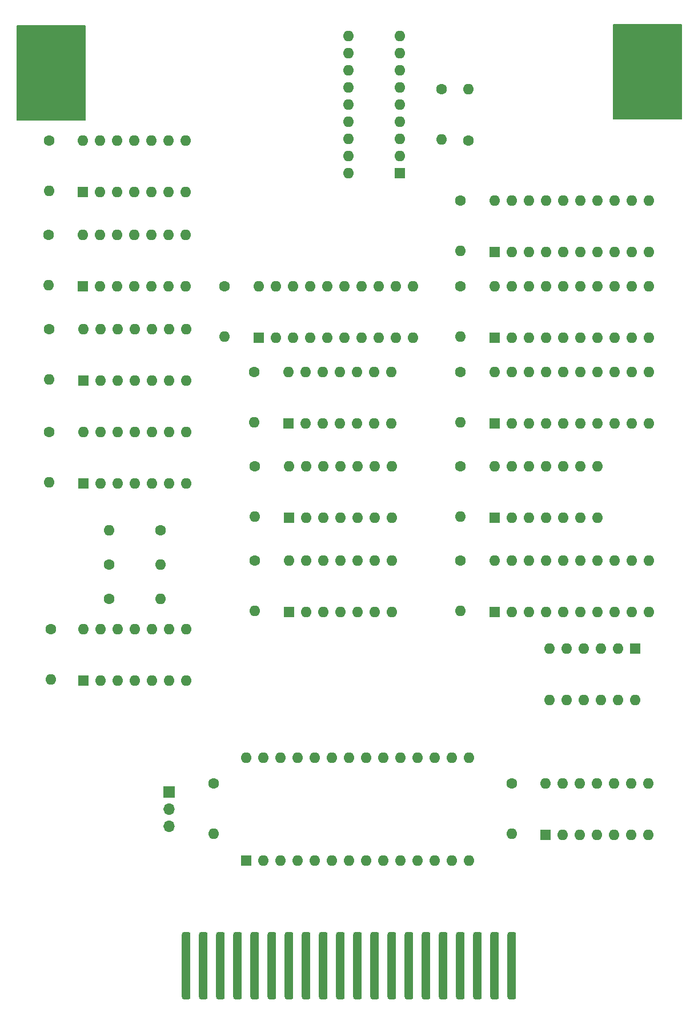
<source format=gbr>
%TF.GenerationSoftware,KiCad,Pcbnew,6.0.7-f9a2dced07~116~ubuntu20.04.1*%
%TF.CreationDate,2022-11-23T13:41:35-05:00*%
%TF.ProjectId,6551usb,36353531-7573-4622-9e6b-696361645f70,1.03*%
%TF.SameCoordinates,Original*%
%TF.FileFunction,Soldermask,Top*%
%TF.FilePolarity,Negative*%
%FSLAX46Y46*%
G04 Gerber Fmt 4.6, Leading zero omitted, Abs format (unit mm)*
G04 Created by KiCad (PCBNEW 6.0.7-f9a2dced07~116~ubuntu20.04.1) date 2022-11-23 13:41:35*
%MOMM*%
%LPD*%
G01*
G04 APERTURE LIST*
G04 Aperture macros list*
%AMRoundRect*
0 Rectangle with rounded corners*
0 $1 Rounding radius*
0 $2 $3 $4 $5 $6 $7 $8 $9 X,Y pos of 4 corners*
0 Add a 4 corners polygon primitive as box body*
4,1,4,$2,$3,$4,$5,$6,$7,$8,$9,$2,$3,0*
0 Add four circle primitives for the rounded corners*
1,1,$1+$1,$2,$3*
1,1,$1+$1,$4,$5*
1,1,$1+$1,$6,$7*
1,1,$1+$1,$8,$9*
0 Add four rect primitives between the rounded corners*
20,1,$1+$1,$2,$3,$4,$5,0*
20,1,$1+$1,$4,$5,$6,$7,0*
20,1,$1+$1,$6,$7,$8,$9,0*
20,1,$1+$1,$8,$9,$2,$3,0*%
G04 Aperture macros list end*
%ADD10C,0.150000*%
%ADD11RoundRect,0.317500X-0.317500X-4.682500X0.317500X-4.682500X0.317500X4.682500X-0.317500X4.682500X0*%
%ADD12C,1.600000*%
%ADD13O,1.600000X1.600000*%
%ADD14R,1.600000X1.600000*%
%ADD15R,1.700000X1.700000*%
%ADD16O,1.700000X1.700000*%
G04 APERTURE END LIST*
D10*
X13081000Y-50292000D02*
X23114000Y-50292000D01*
X23114000Y-50292000D02*
X23114000Y-64262000D01*
X23114000Y-64262000D02*
X13081000Y-64262000D01*
X13081000Y-64262000D02*
X13081000Y-50292000D01*
G36*
X13081000Y-50292000D02*
G01*
X23114000Y-50292000D01*
X23114000Y-64262000D01*
X13081000Y-64262000D01*
X13081000Y-50292000D01*
G37*
X101473000Y-50165000D02*
X111506000Y-50165000D01*
X111506000Y-50165000D02*
X111506000Y-64135000D01*
X111506000Y-64135000D02*
X101473000Y-64135000D01*
X101473000Y-64135000D02*
X101473000Y-50165000D01*
G36*
X101473000Y-50165000D02*
G01*
X111506000Y-50165000D01*
X111506000Y-64135000D01*
X101473000Y-64135000D01*
X101473000Y-50165000D01*
G37*
X18415000Y-58420000D02*
X18415000Y-58420000D01*
X18415000Y-58420000D02*
X18415000Y-58420000D01*
X18415000Y-58420000D02*
X18415000Y-58420000D01*
X18415000Y-58420000D02*
X18415000Y-58420000D01*
D11*
%TO.C,U17*%
X38100000Y-189611000D03*
X40640000Y-189611000D03*
X43180000Y-189611000D03*
X45720000Y-189611000D03*
X48260000Y-189611000D03*
X50800000Y-189611000D03*
X53340000Y-189611000D03*
X55880000Y-189611000D03*
X58420000Y-189611000D03*
X60960000Y-189611000D03*
X63500000Y-189611000D03*
X66040000Y-189611000D03*
X68580000Y-189611000D03*
X71120000Y-189611000D03*
X73660000Y-189611000D03*
X76200000Y-189611000D03*
X78740000Y-189611000D03*
X81280000Y-189611000D03*
X83820000Y-189611000D03*
X86360000Y-189611000D03*
%TD*%
D12*
%TO.C,C15*%
X43815000Y-88900000D03*
D13*
X43815000Y-96400000D03*
%TD*%
D12*
%TO.C,C14*%
X78740000Y-101600000D03*
D13*
X78740000Y-109100000D03*
%TD*%
D14*
%TO.C,U13*%
X83820000Y-83820000D03*
D13*
X86360000Y-83820000D03*
X88900000Y-83820000D03*
X91440000Y-83820000D03*
X93980000Y-83820000D03*
X96520000Y-83820000D03*
X99060000Y-83820000D03*
X101600000Y-83820000D03*
X104140000Y-83820000D03*
X106680000Y-83820000D03*
X106680000Y-76200000D03*
X104140000Y-76200000D03*
X101600000Y-76200000D03*
X99060000Y-76200000D03*
X96520000Y-76200000D03*
X93980000Y-76200000D03*
X91440000Y-76200000D03*
X88900000Y-76200000D03*
X86360000Y-76200000D03*
X83820000Y-76200000D03*
%TD*%
D14*
%TO.C,U11*%
X22855000Y-88890000D03*
D13*
X25395000Y-88890000D03*
X27935000Y-88890000D03*
X30475000Y-88890000D03*
X33015000Y-88890000D03*
X35555000Y-88890000D03*
X38095000Y-88890000D03*
X38095000Y-81270000D03*
X35555000Y-81270000D03*
X33015000Y-81270000D03*
X30475000Y-81270000D03*
X27935000Y-81270000D03*
X25395000Y-81270000D03*
X22855000Y-81270000D03*
%TD*%
D14*
%TO.C,U9*%
X46990000Y-173990000D03*
D13*
X49530000Y-173990000D03*
X52070000Y-173990000D03*
X54610000Y-173990000D03*
X57150000Y-173990000D03*
X59690000Y-173990000D03*
X62230000Y-173990000D03*
X64770000Y-173990000D03*
X67310000Y-173990000D03*
X69850000Y-173990000D03*
X72390000Y-173990000D03*
X74930000Y-173990000D03*
X77470000Y-173990000D03*
X80010000Y-173990000D03*
X80010000Y-158750000D03*
X77470000Y-158750000D03*
X74930000Y-158750000D03*
X72390000Y-158750000D03*
X69850000Y-158750000D03*
X67310000Y-158750000D03*
X64770000Y-158750000D03*
X62230000Y-158750000D03*
X59690000Y-158750000D03*
X57150000Y-158750000D03*
X54610000Y-158750000D03*
X52070000Y-158750000D03*
X49530000Y-158750000D03*
X46990000Y-158750000D03*
%TD*%
D14*
%TO.C,U16*%
X83820000Y-96520000D03*
D13*
X86360000Y-96520000D03*
X88900000Y-96520000D03*
X91440000Y-96520000D03*
X93980000Y-96520000D03*
X96520000Y-96520000D03*
X99060000Y-96520000D03*
X101600000Y-96520000D03*
X104140000Y-96520000D03*
X106680000Y-96520000D03*
X106680000Y-88900000D03*
X104140000Y-88900000D03*
X101600000Y-88900000D03*
X99060000Y-88900000D03*
X96520000Y-88900000D03*
X93980000Y-88900000D03*
X91440000Y-88900000D03*
X88900000Y-88900000D03*
X86360000Y-88900000D03*
X83820000Y-88900000D03*
%TD*%
D14*
%TO.C,U1*%
X53340000Y-137160000D03*
D13*
X55880000Y-137160000D03*
X58420000Y-137160000D03*
X60960000Y-137160000D03*
X63500000Y-137160000D03*
X66040000Y-137160000D03*
X68580000Y-137160000D03*
X68580000Y-129540000D03*
X66040000Y-129540000D03*
X63500000Y-129540000D03*
X60960000Y-129540000D03*
X58420000Y-129540000D03*
X55880000Y-129540000D03*
X53340000Y-129540000D03*
%TD*%
D12*
%TO.C,C3*%
X48255000Y-101590000D03*
D13*
X48255000Y-109090000D03*
%TD*%
D14*
%TO.C,SW1*%
X104648000Y-142621000D03*
D13*
X102108000Y-142621000D03*
X99568000Y-142621000D03*
X97028000Y-142621000D03*
X94488000Y-142621000D03*
X91948000Y-142621000D03*
X91948000Y-150241000D03*
X94488000Y-150241000D03*
X97028000Y-150241000D03*
X99568000Y-150241000D03*
X102108000Y-150241000D03*
X104648000Y-150241000D03*
%TD*%
D12*
%TO.C,C7*%
X78740000Y-115570000D03*
D13*
X78740000Y-123070000D03*
%TD*%
D12*
%TO.C,R1*%
X79959200Y-67310000D03*
D13*
X79959200Y-59690000D03*
%TD*%
D14*
%TO.C,U12*%
X22860000Y-147320000D03*
D13*
X25400000Y-147320000D03*
X27940000Y-147320000D03*
X30480000Y-147320000D03*
X33020000Y-147320000D03*
X35560000Y-147320000D03*
X38100000Y-147320000D03*
X38100000Y-139700000D03*
X35560000Y-139700000D03*
X33020000Y-139700000D03*
X30480000Y-139700000D03*
X27940000Y-139700000D03*
X25400000Y-139700000D03*
X22860000Y-139700000D03*
%TD*%
D12*
%TO.C,C8*%
X17780000Y-67320000D03*
D13*
X17780000Y-74820000D03*
%TD*%
D12*
%TO.C,C1*%
X48260000Y-129540000D03*
D13*
X48260000Y-137040000D03*
%TD*%
D14*
%TO.C,U3*%
X53335000Y-109210000D03*
D13*
X55875000Y-109210000D03*
X58415000Y-109210000D03*
X60955000Y-109210000D03*
X63495000Y-109210000D03*
X66035000Y-109210000D03*
X68575000Y-109210000D03*
X68575000Y-101590000D03*
X66035000Y-101590000D03*
X63495000Y-101590000D03*
X60955000Y-101590000D03*
X58415000Y-101590000D03*
X55875000Y-101590000D03*
X53335000Y-101590000D03*
%TD*%
D12*
%TO.C,R3*%
X26670000Y-130175000D03*
D13*
X34290000Y-130175000D03*
%TD*%
D14*
%TO.C,U4*%
X83820000Y-137160000D03*
D13*
X86360000Y-137160000D03*
X88900000Y-137160000D03*
X91440000Y-137160000D03*
X93980000Y-137160000D03*
X96520000Y-137160000D03*
X99060000Y-137160000D03*
X101600000Y-137160000D03*
X104140000Y-137160000D03*
X106680000Y-137160000D03*
X106680000Y-129540000D03*
X104140000Y-129540000D03*
X101600000Y-129540000D03*
X99060000Y-129540000D03*
X96520000Y-129540000D03*
X93980000Y-129540000D03*
X91440000Y-129540000D03*
X88900000Y-129540000D03*
X86360000Y-129540000D03*
X83820000Y-129540000D03*
%TD*%
D14*
%TO.C,U14*%
X83820000Y-109220000D03*
D13*
X86360000Y-109220000D03*
X88900000Y-109220000D03*
X91440000Y-109220000D03*
X93980000Y-109220000D03*
X96520000Y-109220000D03*
X99060000Y-109220000D03*
X101600000Y-109220000D03*
X104140000Y-109220000D03*
X106680000Y-109220000D03*
X106680000Y-101600000D03*
X104140000Y-101600000D03*
X101600000Y-101600000D03*
X99060000Y-101600000D03*
X96520000Y-101600000D03*
X93980000Y-101600000D03*
X91440000Y-101600000D03*
X88900000Y-101600000D03*
X86360000Y-101600000D03*
X83820000Y-101600000D03*
%TD*%
D12*
%TO.C,C9*%
X42164000Y-162555000D03*
D13*
X42164000Y-170055000D03*
%TD*%
D12*
%TO.C,C2*%
X86360000Y-162560000D03*
D13*
X86360000Y-170060000D03*
%TD*%
D12*
%TO.C,C12*%
X18034000Y-139700000D03*
D13*
X18034000Y-147200000D03*
%TD*%
D12*
%TO.C,C13*%
X78740000Y-76200000D03*
D13*
X78740000Y-83700000D03*
%TD*%
D14*
%TO.C,U15*%
X48900000Y-96520000D03*
D13*
X51440000Y-96520000D03*
X53980000Y-96520000D03*
X56520000Y-96520000D03*
X59060000Y-96520000D03*
X61600000Y-96520000D03*
X64140000Y-96520000D03*
X66680000Y-96520000D03*
X69220000Y-96520000D03*
X71760000Y-96520000D03*
X71760000Y-88900000D03*
X69220000Y-88900000D03*
X66680000Y-88900000D03*
X64140000Y-88900000D03*
X61600000Y-88900000D03*
X59060000Y-88900000D03*
X56520000Y-88900000D03*
X53980000Y-88900000D03*
X51440000Y-88900000D03*
X48900000Y-88900000D03*
%TD*%
D14*
%TO.C,U10*%
X22860000Y-102860000D03*
D13*
X25400000Y-102860000D03*
X27940000Y-102860000D03*
X30480000Y-102860000D03*
X33020000Y-102860000D03*
X35560000Y-102860000D03*
X38100000Y-102860000D03*
X38100000Y-95240000D03*
X35560000Y-95240000D03*
X33020000Y-95240000D03*
X30480000Y-95240000D03*
X27940000Y-95240000D03*
X25400000Y-95240000D03*
X22860000Y-95240000D03*
%TD*%
D12*
%TO.C,C5*%
X48260000Y-115570000D03*
D13*
X48260000Y-123070000D03*
%TD*%
D12*
%TO.C,C6*%
X17780000Y-110490000D03*
D13*
X17780000Y-117990000D03*
%TD*%
D15*
%TO.C,J1*%
X35560000Y-163830000D03*
D16*
X35560000Y-166370000D03*
X35560000Y-168910000D03*
%TD*%
D12*
%TO.C,C17*%
X76000000Y-59690000D03*
D13*
X76000000Y-67190000D03*
%TD*%
D14*
%TO.C,U6*%
X22860000Y-118100000D03*
D13*
X25400000Y-118100000D03*
X27940000Y-118100000D03*
X30480000Y-118100000D03*
X33020000Y-118100000D03*
X35560000Y-118100000D03*
X38100000Y-118100000D03*
X38100000Y-110480000D03*
X35560000Y-110480000D03*
X33020000Y-110480000D03*
X30480000Y-110480000D03*
X27940000Y-110480000D03*
X25400000Y-110480000D03*
X22860000Y-110480000D03*
%TD*%
D12*
%TO.C,C10*%
X17785000Y-95250000D03*
D13*
X17785000Y-102750000D03*
%TD*%
D12*
%TO.C,R4*%
X26670000Y-135255000D03*
D13*
X34290000Y-135255000D03*
%TD*%
D14*
%TO.C,U7*%
X83820000Y-123200000D03*
D13*
X86360000Y-123200000D03*
X88900000Y-123200000D03*
X91440000Y-123200000D03*
X93980000Y-123200000D03*
X96520000Y-123200000D03*
X99060000Y-123200000D03*
X99060000Y-115580000D03*
X96520000Y-115580000D03*
X93980000Y-115580000D03*
X91440000Y-115580000D03*
X88900000Y-115580000D03*
X86360000Y-115580000D03*
X83820000Y-115580000D03*
%TD*%
D14*
%TO.C,U5*%
X53340000Y-123190000D03*
D13*
X55880000Y-123190000D03*
X58420000Y-123190000D03*
X60960000Y-123190000D03*
X63500000Y-123190000D03*
X66040000Y-123190000D03*
X68580000Y-123190000D03*
X68580000Y-115570000D03*
X66040000Y-115570000D03*
X63500000Y-115570000D03*
X60960000Y-115570000D03*
X58420000Y-115570000D03*
X55880000Y-115570000D03*
X53340000Y-115570000D03*
%TD*%
D12*
%TO.C,R2*%
X34290000Y-125095000D03*
D13*
X26670000Y-125095000D03*
%TD*%
D14*
%TO.C,U8*%
X22855000Y-74930000D03*
D13*
X25395000Y-74930000D03*
X27935000Y-74930000D03*
X30475000Y-74930000D03*
X33015000Y-74930000D03*
X35555000Y-74930000D03*
X38095000Y-74930000D03*
X38095000Y-67310000D03*
X35555000Y-67310000D03*
X33015000Y-67310000D03*
X30475000Y-67310000D03*
X27935000Y-67310000D03*
X25395000Y-67310000D03*
X22855000Y-67310000D03*
%TD*%
D12*
%TO.C,C4*%
X78740000Y-129540000D03*
D13*
X78740000Y-137040000D03*
%TD*%
D12*
%TO.C,C16*%
X78740000Y-88900000D03*
D13*
X78740000Y-96400000D03*
%TD*%
D14*
%TO.C,U2*%
X91435000Y-170170000D03*
D13*
X93975000Y-170170000D03*
X96515000Y-170170000D03*
X99055000Y-170170000D03*
X101595000Y-170170000D03*
X104135000Y-170170000D03*
X106675000Y-170170000D03*
X106675000Y-162550000D03*
X104135000Y-162550000D03*
X101595000Y-162550000D03*
X99055000Y-162550000D03*
X96515000Y-162550000D03*
X93975000Y-162550000D03*
X91435000Y-162550000D03*
%TD*%
D14*
%TO.C,P1*%
X69840000Y-72150000D03*
D13*
X69840000Y-69610000D03*
X69840000Y-67070000D03*
X69840000Y-64530000D03*
X69840000Y-61990000D03*
X69840000Y-59450000D03*
X69840000Y-56910000D03*
X69840000Y-54370000D03*
X69840000Y-51830000D03*
X62220000Y-51830000D03*
X62220000Y-54370000D03*
X62220000Y-56910000D03*
X62220000Y-59450000D03*
X62220000Y-61990000D03*
X62220000Y-64530000D03*
X62220000Y-67070000D03*
X62220000Y-69610000D03*
X62220000Y-72150000D03*
%TD*%
D12*
%TO.C,C11*%
X17775000Y-81280000D03*
D13*
X17775000Y-88780000D03*
%TD*%
M02*

</source>
